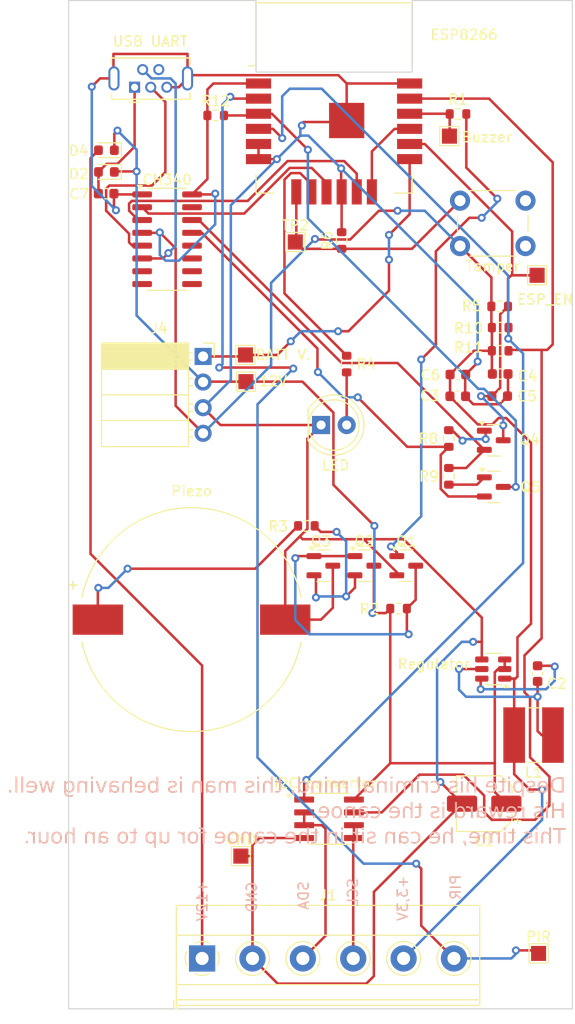
<source format=kicad_pcb>
(kicad_pcb (version 20240108) (generator "pcbnew") (generator_version "8.0")
  (layers (0 "F.Cu" signal) (31 "B.Cu" signal) (34 "B.Paste" user) (35 "F.Paste" user) (36 "B.SilkS" user "B.Silkscreen") (37 "F.SilkS" user "F.Silkscreen") (38 "B.Mask" user) (39 "F.Mask" user) (44 "Edge.Cuts" user))
  (net 0 "")
  (net 1 "GND")
  (net 2 "+12V")
  (net 3 "Net-(U1-SW)")
  (net 4 "Net-(U1-BST)")
  (net 5 "+3.3V")
  (net 6 "ESP_EN")
  (net 7 "Net-(D2-A)")
  (net 8 "Net-(D1-A)")
  (net 9 "Net-(D4-A)")
  (net 10 "SDA")
  (net 11 "SCL")
  (net 12 "PIR Signal")
  (net 13 "battery voltage")
  (net 14 "Net-(J5-D+)")
  (net 15 "Net-(J5-D-)")
  (net 17 "Net-(Q1-B)")
  (net 18 "Net-(Q1-C)")
  (net 19 "Net-(Q2-E)")
  (net 20 "Net-(Q4-E)")
  (net 21 "Net-(Q4-B)")
  (net 22 "Net-(Q5-B)")
  (net 23 "GPIO0")
  (net 24 "Net-(Q5-E)")
  (net 25 "buzzer signal")
  (net 26 "Net-(BZ1--)")
  (net 27 "Net-(U2-GPIO5)")
  (net 28 "tamper")
  (net 29 "I2C data")
  (net 30 "clock")
  (net 31 "Net-(U2-GPIO16)")
  (net 32 "RX")
  (net 33 "TX")
  (footprint "Resistor_SMD:R_0603_1608Metric" (layer "F.Cu") (at 127.6 86.05 -90)
    (property "Reference" "R4")
    (property "Value" "100R")
  )
  (footprint "Capacitor_SMD:C_0603_1608Metric" (layer "F.Cu") (at 142.7875 89.2375)
    (property "Reference" "C5")
    (property "Value" "100n")
  )
  (footprint "Inductor_SMD:L_Ferrocore_DLG-0504" (layer "F.Cu") (at 146.15 122.85 180)
    (property "Reference" "L1")
    (property "Value" "4u7")
  )
  (footprint "P82B96D:SOIC127P599X175-8N" (layer "F.Cu") (at 125.85 131.15)
    (property "Reference" "I2C convertor")
    (property "Value" "P82B96")
  )
  (footprint "Capacitor_SMD:C_0603_1608Metric" (layer "F.Cu") (at 138.625 89.25)
    (property "Reference" "C3")
    (property "Value" "22u")
  )
  (footprint "Diode_SMD:D_0603_1608Metric" (layer "F.Cu") (at 103.75 64.85 180)
    (property "Reference" "D4")
    (property "Value" "D")
  )
  (footprint "TerminalBlock_Phoenix:TerminalBlock_Phoenix_MKDS-1,5-6_1x06_P5.00mm_Horizontal" (layer "F.Cu") (at 113.25 145)
    (property "Reference" "J1")
    (property "Value" "Screw_Terminal_01x06")
  )
  (footprint "Package_TO_SOT_SMD:SOT-23" (layer "F.Cu") (at 129.3625 106.05)
    (property "Reference" "Q2")
    (property "Value" "BC846")
  )
  (footprint "Package_SO:SOIC-16_3.9x9.9mm_P1.27mm" (layer "F.Cu") (at 109.775 73.675)
    (property "Reference" "CH340")
    (property "Value" "CH340C")
  )
  (footprint "TestPoint:TestPoint_Pad_1.5x1.5mm" (layer "F.Cu") (at 117.1 134.85)
    (property "Reference" "GND")
    (property "Value" "GND")
  )
  (footprint "Package_TO_SOT_SMD:SOT-23" (layer "F.Cu") (at 133.5125 106.05)
    (property "Reference" "Q1")
    (property "Value" "BC846")
  )
  (footprint "TestPoint:TestPoint_Pad_1.5x1.5mm" (layer "F.Cu") (at 146.5 77.25)
    (property "Reference" "ESP_EN")
    (property "Value" "reset test")
  )
  (footprint "Capacitor_SMD:C_0603_1608Metric" (layer "F.Cu") (at 103.725 69.15)
    (property "Reference" "C7")
    (property "Value" "100nF")
  )
  (footprint "Resistor_SMD:R_0603_1608Metric" (layer "F.Cu") (at 114.6 61.4)
    (property "Reference" "R12")
    (property "Value" "10k")
  )
  (footprint "Diode_SMD:D_0603_1608Metric" (layer "F.Cu") (at 103.75 67 180)
    (property "Reference" "D2")
    (property "Value" "D")
  )
  (footprint "Resistor_SMD:R_0603_1608Metric" (layer "F.Cu") (at 142.8375 84.7375)
    (property "Reference" "R11")
    (property "Value" "10k")
  )
  (footprint "Connector_USB:USB_Mini-B_Tensility_54-00023_Vertical" (layer "F.Cu") (at 106.55 58.6)
    (property "Reference" "USB UART")
    (property "Value" "USB_B_Mini")
  )
  (footprint "Resistor_SMD:R_0603_1608Metric" (layer "F.Cu") (at 127.1 73.8 90)
    (property "Reference" "R6")
    (property "Value" "4k7")
  )
  (footprint "Resistor_SMD:R_0603_1608Metric" (layer "F.Cu") (at 142.7875 80.3375 180)
    (property "Reference" "R5")
    (property "Value" "10K")
  )
  (footprint "Button_Switch_THT:SW_PUSH_6mm" (layer "F.Cu") (at 145.35 74.35 180)
    (property "Reference" "Tamper")
    (property "Value" "tamper switch")
  )
  (footprint "Resistor_SMD:R_0603_1608Metric" (layer "F.Cu") (at 123.6 102.1 180)
    (property "Reference" "R3")
    (property "Value" "820")
  )
  (footprint "Capacitor_SMD:CP_Elec_5x5.3" (layer "F.Cu") (at 141.25 129.65 180)
    (property "Reference" "C1")
    (property "Value" "10u 50V")
  )
  (footprint "WT8266:WT8266-S1" (layer "F.Cu") (at 126.35 57.48)
    (property "Reference" "ESP8266")
    (property "Value" "WT8266-S1")
  )
  (footprint "Capacitor_SMD:C_0603_1608Metric" (layer "F.Cu") (at 146.55 116.75 90)
    (property "Reference" "C2")
    (property "Value" "100n")
  )
  (footprint "Connector_PinSocket_2.54mm:PinSocket_1x04_P2.54mm_Horizontal" (layer "F.Cu") (at 113.35 85.3)
    (property "Reference" "J4")
    (property "Value" "Conn_01x04_Socket")
  )
  (footprint "TestPoint:TestPoint_Pad_1.5x1.5mm" (layer "F.Cu") (at 137.8 63.45)
    (property "Reference" "Buzzer ")
    (property "Value" "buzzer test")
  )
  (footprint "TestPoint:TestPoint_Pad_1.5x1.5mm" (layer "F.Cu") (at 117.6 87.8)
    (property "Reference" "12V")
    (property "Value" "12V")
  )
  (footprint "piezo:LPT2270AS" (layer "F.Cu") (at 112.2 111.4)
    (property "Reference" "Piezo")
    (property "Value" "Buzzer")
  )
  (footprint "Resistor_SMD:R_0603_1608Metric" (layer "F.Cu") (at 137.7375 97.1875 -90)
    (property "Reference" "R9")
    (property "Value" "10k")
  )
  (footprint "Capacitor_SMD:C_0603_1608Metric" (layer "F.Cu") (at 138.6375 87.0875)
    (property "Reference" "C6")
    (property "Value" "100nF")
  )
  (footprint "Package_TO_SOT_SMD:SOT-23" (layer "F.Cu") (at 142.2 98.2375)
    (property "Reference" "Q5")
    (property "Value" "BC817")
  )
  (footprint "Resistor_SMD:R_0603_1608Metric" (layer "F.Cu") (at 142.8375 82.4375)
    (property "Reference" "R10")
    (property "Value" "10k")
  )
  (footprint "Capacitor_SMD:C_0603_1608Metric" (layer "F.Cu") (at 142.8375 87.0375)
    (property "Reference" "C4")
    (property "Value" "22u")
  )
  (footprint "Package_TO_SOT_SMD:SOT-23" (layer "F.Cu") (at 142.2 93.6125)
    (property "Reference" "Q4")
    (property "Value" "BC817")
  )
  (footprint "Resistor_SMD:R_0603_1608Metric" (layer "F.Cu") (at 137.7375 93.4375 90)
    (property "Reference" "R8")
    (property "Value" "10k")
  )
  (footprint "Resistor_SMD:R_0603_1608Metric" (layer "F.Cu") (at 132.75 110.3)
    (property "Reference" "R2")
    (property "Value" "10k")
  )
  (footprint "TestPoint:TestPoint_Pad_1.5x1.5mm" (layer "F.Cu") (at 122.5 73.95)
    (property "Reference" "TP2")
    (property "Value" "tamper test")
  )
  (footprint "TestPoint:TestPoint_Pad_1.5x1.5mm" (layer "F.Cu") (at 117.55 85.15)
    (property "Reference" "BATT V.")
    (property "Value" "batt test")
  )
  (footprint "LED_THT:LED_D5.0mm" (layer "F.Cu") (at 125.06 92.1)
    (property "Reference" "LED")
    (property "Value" "LED - R")
  )
  (footprint "TestPoint:TestPoint_Pad_1.5x1.5mm" (layer "F.Cu") (at 146.65 144.5)
    (property "Reference" "PIR")
    (property "Value" "3,3V")
  )
  (footprint "Package_TO_SOT_SMD:TSOT-23-6" (layer "F.Cu") (at 142.15 116.3 180)
    (property "Reference" "Regulator")
    (property "Value" "AP63203WU")
  )
  (footprint "Resistor_SMD:R_0603_1608Metric" (layer "F.Cu") (at 138.65 61.25)
    (property "Reference" "R1")
    (property "Value" "10k")
  )
  (footprint "Package_TO_SOT_SMD:SOT-23" (layer "F.Cu") (at 125.2875 106.05)
    (property "Reference" "Q3")
    (property "Value" "BC857")
  )
  (gr_line (start 118.6 50) (end 100 50) (stroke (width 0.1)) (layer "Edge.Cuts"))
  (gr_line (start 150 50) (end 150 150) (stroke (width 0.1)) (layer "Edge.Cuts"))
  (gr_line (start 134.1 50) (end 134.1 57.1) (stroke (width 0.1)) (layer "Edge.Cuts"))
  (gr_line (start 134.1 57.1) (end 118.6 57.1) (stroke (width 0.1)) (layer "Edge.Cuts"))
  (gr_line (start 118.6 57.1) (end 118.6 50) (stroke (width 0.1)) (layer "Edge.Cuts"))
  (gr_line (start 150 150) (end 100 150) (stroke (width 0.1)) (layer "Edge.Cuts"))
  (gr_line (start 100 150) (end 100 50) (stroke (width 0.1)) (layer "Edge.Cuts"))
  (gr_line (start 150 50) (end 134.1 50) (stroke (width 0.1)) (layer "Edge.Cuts"))
  (gr_text "SDA\n" (at 123.9 137.25 90) (layer "B.SilkS") (effects (font (size 1 1)) (justify left bottom mirror)))
  (gr_text "SCL" (at 128.8 136.95 90) (layer "B.SilkS") (effects (font (size 1 1)) (justify left bottom mirror)))
  (gr_text "GND" (at 118.75 137.3 90) (layer "B.SilkS") (effects (font (size 1 1)) (justify left bottom mirror)))
  (gr_text "+12V" (at 113.85 137.2 90) (layer "B.SilkS") (effects (font (size 1 1)) (justify left bottom mirror)))
  (gr_text "Despite his criminal mind, this man is behaving well. \nHis reward is the canoe. \nThis time, he can sit in the canoe for up to an hour. " (at 149.35 133.85 0) (layer "B.SilkS") (effects (font (size 1.5 1.5) (thickness 0.1875)) (justify left bottom mirror)))
  (gr_text "+3,3V" (at 133.75 136.7 90) (layer "B.SilkS") (effects (font (size 1 1)) (justify left bottom mirror)))
  (gr_text "PIR" (at 139 136.6 90) (layer "B.SilkS") (effects (font (size 1 1)) (justify left bottom mirror)))
  (segment (start 118.85 64.23) (end 118.85 65.73) (width 0.25) (layer "F.Cu") (net 1))
  (segment (start 104.45 55.3) (end 111.8 55.3) (width 0.25) (layer "F.Cu") (net 1))
  (segment (start 125.05 111.4) (end 121.5 111.4) (width 0.25) (layer "F.Cu") (net 1))
  (segment (start 133.238408 103.425) (end 141.0125 111.199092) (width 0.25) (layer "F.Cu") (net 1))
  (segment (start 123.38 133.055) (end 118.945 133.055) (width 0.25) (layer "F.Cu") (net 1))
  (segment (start 139.3625 89.2375) (end 139.3625 87.1375) (width 0.25) (layer "F.Cu") (net 1))
  (segment (start 127.1 68.98) (end 127.1 72.975) (width 0.25) (layer "F.Cu") (net 1))
  (segment (start 115.07 92.1) (end 113.35 90.38) (width 0.25) (layer "F.Cu") (net 1))
  (segment (start 141.0125 111.199092) (end 141.0125 113.6) (width 0.25) (layer "F.Cu") (net 1))
  (segment (start 143.5625 89.2375) (end 142.7625 90.0375) (width 0.25) (layer "F.Cu") (net 1))
  (segment (start 117.1 134.85) (end 118.25 134.85) (width 0.25) (layer "F.Cu") (net 1))
  (segment (start 121.5 111.4) (end 121.5 104.598004) (width 0.25) (layer "F.Cu") (net 1))
  (segment (start 123.225 103.425) (end 122.949002 103.149002) (width 0.25) (layer "F.Cu") (net 1))
  (segment (start 107.3 69.23) (end 104.58 69.23) (width 0.25) (layer "F.Cu") (net 1))
  (segment (start 132.575 107) (end 132.575 106.700001) (width 0.25) (layer "F.Cu") (net 1))
  (segment (start 104.45 57.675) (end 104.45 55.3) (width 0.25) (layer "F.Cu") (net 1))
  (segment (start 143.6125 87.0375) (end 143.6125 89.1875) (width 0.25) (layer "F.Cu") (net 1))
  (segment (start 123.15 62.2) (end 123.3 62.05) (width 0.25) (layer "F.Cu") (net 1))
  (segment (start 123.7 93.46) (end 125.06 92.1) (width 0.25) (layer "F.Cu") (net 1))
  (segment (start 120.67 65.73) (end 118.85 65.73) (width 0.25) (layer "F.Cu") (net 1))
  (segment (start 132.575 106.700001) (end 129.299999 103.425) (width 0.25) (layer "F.Cu") (net 1))
  (segment (start 141.0125 113.6) (end 141.0125 115.35) (width 0.25) (layer "F.Cu") (net 1))
  (segment (start 123.15 62.4) (end 123.15 62.2) (width 0.25) (layer "F.Cu") (net 1))
  (segment (start 129.299999 103.425) (end 123.225 103.425) (width 0.25) (layer "F.Cu") (net 1))
  (segment (start 121.5 104.598004) (end 123.7 102.398004) (width 0.25) (layer "F.Cu") (net 1))
  (segment (start 123.7 102.398004) (end 123.7 93.46) (width 0.25) (layer "F.Cu") (net 1))
  (segment (start 142.7625 90.0375) (end 140.1625 90.0375) (width 0.25) (layer "F.Cu") (net 1))
  (segment (start 130.3 138.4) (end 130.3 146.75) (width 0.25) (layer "F.Cu") (net 1))
  (segment (start 112.12 57.405) (end 111.8 57.725) (width 0.25) (layer "F.Cu") (net 1))
  (segment (start 123.3 62.05) (end 127.45 62.05) (width 0.25) (layer "F.Cu") (net 1))
  (segment (start 127.6 58.23) (end 127.6 61.9) (width 0.25) (layer "F.Cu") (net 1))
  (segment (start 120.75 147.5) (end 118.25 145) (width 0.25) (layer "F.Cu") (net 1))
  (segment (start 127.05 66.65) (end 127.05 68.93) (width 0.25) (layer "F.Cu") (net 1))
  (segment (start 130.3 146.75) (end 129.55 147.5) (width 0.25) (layer "F.Cu") (net 1))
  (segment (start 127.6 58.23) (end 126.775 57.405) (width 0.25) (layer "F.Cu") (net 1))
  (segment (start 127.6 58.23) (end 133.85 58.23) (width 0.25) (layer "F.Cu") (net 1))
  (segment (start 129.55 147.5) (end 120.75 147.5) (width 0.25) (layer "F.Cu") (net 1))
  (segment (start 139.05 129.65) (end 130.3 138.4) (width 0.25) (layer "F.Cu") (net 1))
  (segment (start 140.6 85.8) (end 140.6 85.9) (width 0.25) (layer "F.Cu") (net 1))
  (segment (start 109.75 58.6) (end 110.925 58.6) (width 0.25) (layer "F.Cu") (net 1))
  (segment (start 102.3 58.55) (end 103.125 57.725) (width 0.25) (layer "F.Cu") (net 1))
  (segment (start 103.125 57.725) (end 104.5 57.725) (width 0.25) (layer "F.Cu") (net 1))
  (segment (start 104.5 57.725) (end 104.45 57.675) (width 0.25) (layer "F.Cu") (net 1))
  (segment (start 126.775 57.405) (end 112.12 57.405) (width 0.25) (layer "F.Cu") (net 1))
  (segment (start 111.8 55.3) (end 111.8 57.725) (width 0.25) (layer "F.Cu") (net 1))
  (segment (start 126.225 106.05) (end 126.225 110.225) (width 0.25) (layer "F.Cu") (net 1))
  (segment (start 127.05 68.93) (end 127.1 68.98) (width 0.25) (layer "F.Cu") (net 1))
  (segment (start 126.225 110.225) (end 125.05 111.4) (width 0.25) (layer "F.Cu") (net 1))
  (segment (start 104.5 70.6) (end 104.7 70.8) (width 0.25) (layer "F.Cu") (net 1))
  (segment (start 140.6 85.9) (end 139.4125 87.0875) (width 0.25) (layer "F.Cu") (net 1))
  (segment (start 110.925 58.6) (end 111.8 57.725) (width 0.25) (layer "F.Cu") (net 1))
  (segment (start 129.299999 103.425) (end 133.238408 103.425) (width 0.25) (layer "F.Cu") (net 1))
  (segment (start 140.15 113.6) (end 141.0125 113.6) (width 0.25) (layer "F.Cu") (net 1))
  (segment (start 118.25 133.75) (end 118.25 145) (width 0.25) (layer "F.Cu") (net 1))
  (segment (start 104.5 69.15) (end 104.5 70.6) (width 0.25) (layer "F.Cu") (net 1))
  (segment (start 104.58 69.23) (end 104.5 69.15) (width 0.25) (layer "F.Cu") (net 1))
  (segment (start 139.05 129.65) (end 136.9 127.5) (width 0.25) (layer "F.Cu") (net 1))
  (segment (start 143.6125 89.1875) (end 143.5625 89.2375) (width 0.25) (layer "F.Cu") (net 1))
  (segment (start 140.1625 90.0375) (end 139.3625 89.2375) (width 0.25) (layer "F.Cu") (net 1))
  (segment (start 139.3625 87.1375) (end 139.4125 87.0875) (width 0.25) (layer "F.Cu") (net 1))
  (segment (start 125.06 92.1) (end 115.07 92.1) (width 0.25) (layer "F.Cu") (net 1))
  (segment (start 127.45 62.05) (end 127.6 61.9) (width 0.25) (layer "F.Cu") (net 1))
  (segment (start 118.945 133.055) (end 118.25 133.75) (width 0.25) (layer "F.Cu") (net 1))
  (via (at 102.3 58.55) (size 0.8) (drill 0.4) (layers "F.Cu" "B.Cu") (net 1))
  (via (at 123.15 62.4) (size 0.8) (drill 0.4) (layers "F.Cu" "B.Cu") (net 1))
  (via (at 120.67 65.73) (size 0.8) (drill 0.4) (layers "F.Cu" "B.Cu") (net 1))
  (via (at 140.15 113.6) (size 0.8) (drill 0.4) (layers "F.Cu" "B.Cu") (net 1))
  (via (at 104.7 70.8) (size 0.8) (drill 0.4) (layers "F.Cu" "B.Cu") (net 1))
  (via (at 127.05 66.65) (size 0.8) (drill 0.4) (layers "F.Cu" "B.Cu") (net 1))
  (via (at 140.6 85.8) (size 0.8) (drill 0.4) (layers "F.Cu" "B.Cu") (net 1))
  (via (at 136.9 127.5) (size 0.8) (drill 0.4) (layers "F.Cu" "B.Cu") (net 1))
  (segment (start 123.8 63.4) (end 127.05 66.65) (width 0.25) (layer "B.Cu") (net 1))
  (segment (start 116.1 87.63) (end 113.35 90.38) (width 0.25) (layer "B.Cu") (net 1))
  (segment (start 136.9 127.5) (end 136.575 127.175) (width 0.25) (layer "B.Cu") (net 1))
  (segment (start 102.3 68.4) (end 102.3 58.55) (width 0.25) (layer "B.Cu") (net 1))
  (segment (start 139.024695 113.6) (end 140.15 113.6) (width 0.25) (layer "B.Cu") (net 1))
  (segment (start 136.575 116.049695) (end 139.024695 113.6) (width 0.25) (layer "B.Cu") (net 1))
  (segment (start 123 62.55) (end 123.15 62.4) (width 0.25) (layer "B.Cu") (net 1))
  (segment (start 116.1 70.3) (end 116.1 87.63) (width 0.25) (layer "B.Cu") (net 1))
  (segment (start 120.67 65.73) (end 116.1 70.3) (width 0.25) (layer "B.Cu") (net 1))
  (segment (start 136.575 127.175) (end 136.575 116.049695) (width 0.25) (layer "B.Cu") (net 1))
  (segment (start 140.6 80.2) (end 140.6 85.8) (width 0.25) (layer "B.Cu") (net 1))
  (segment (start 123 63.4) (end 123.8 63.4) (width 0.25) (layer "B.Cu") (net 1))
  (segment (start 104.7 70.8) (end 102.3 68.4) (width 0.25) (layer "B.Cu") (net 1))
  (segment (start 123 63.4) (end 120.67 65.73) (width 0.25) (layer "B.Cu") (net 1))
  (segment (start 127.05 66.65) (end 140.6 80.2) (width 0.25) (layer "B.Cu") (net 1))
  (segment (start 123 63.4) (end 123 62.55) (width 0.25) (layer "B.Cu") (net 1))
  (segment (start 131.925 125.64) (end 128.32 129.245) (width 0.25) (layer "F.Cu") (net 2))
  (segment (start 117.6 87.8) (end 123.21 87.8) (width 0.25) (layer "F.Cu") (net 2))
  (segment (start 104.5375 64.85) (end 104.5375 63.2125) (width 0.25) (layer "F.Cu") (net 2))
  (segment (start 113.39 87.8) (end 113.35 87.84) (width 0.25) (layer "F.Cu") (net 2))
  (segment (start 117.6 87.8) (end 113.39 87.8) (width 0.25) (layer "F.Cu") (net 2))
  (segment (start 143.2875 116.3) (end 142.625001 116.3) (width 0.25) (layer "F.Cu") (net 2))
  (segment (start 142.3 116.625001) (end 142.3 125.65) (width 0.25) (layer "F.Cu") (net 2))
  (segment (start 142.3 125.65) (end 142.3 128.5) (width 0.25) (layer "F.Cu") (net 2))
  (segment (start 104.5875 66.95) (end 104.5375 67) (width 0.25) (layer "F.Cu") (net 2))
  (segment (start 131.925 125.64) (end 142.29 125.64) (width 0.25) (layer "F.Cu") (net 2))
  (segment (start 123.21 87.8) (end 126.285 90.875) (width 0.25) (layer "F.Cu") (net 2))
  (segment (start 106.75 66.95) (end 104.5875 66.95) (width 0.25) (layer "F.Cu") (net 2))
  (segment (start 143.2875 116.3) (end 143.2875 115.35) (width 0.25) (layer "F.Cu") (net 2))
  (segment (start 130.15 110.75) (end 131.475 110.75) (width 0.25) (layer "F.Cu") (net 2))
  (segment (start 142.625001 116.3) (end 142.3 116.625001) (width 0.25) (layer "F.Cu") (net 2))
  (segment (start 130.3 106.05) (end 130.3 110.6) (width 0.25) (layer "F.Cu") (net 2))
  (segment (start 131.925 110.3) (end 131.925 125.64) (width 0.25) (layer "F.Cu") (net 2))
  (segment (start 142.29 125.64) (end 142.3 125.65) (width 0.25) (layer "F.Cu") (net 2))
  (segment (start 142.3 128.5) (end 143.45 129.65) (width 0.25) (layer "F.Cu") (net 2))
  (segment (start 126.285 90.875) (end 126.285 98.035) (width 0.25) (layer "F.Cu") (net 2))
  (segment (start 104.5375 63.2125) (end 104.85 62.9) (width 0.25) (layer "F.Cu") (net 2))
  (segment (start 126.285 98.035) (end 130.35 102.1) (width 0.25) (layer "F.Cu") (net 2))
  (segment (start 131.475 110.75) (end 131.925 110.3) (width 0.25) (layer "F.Cu") (net 2))
  (via (at 104.85 62.9) (size 0.8) (drill 0.4) (layers "F.Cu" "B.Cu") (net 2))
  (via (at 106.75 66.95) (size 0.8) (drill 0.4) (layers "F.Cu" "B.Cu") (net 2))
  (via (at 130.15 110.75) (size 0.8) (drill 0.4) (layers "F.Cu" "B.Cu") (net 2))
  (via (at 130.35 102.1) (size 0.8) (drill 0.4) (layers "F.Cu" "B.Cu") (net 2))
  (segment (start 130.35 110.55) (end 130.15 110.75) (width 0.25) (layer "B.Cu") (net 2))
  (segment (start 106.75 81.24) (end 113.35 87.84) (width 0.25) (layer "B.Cu") (net 2))
  (segment (start 106.75 66.95) (end 106.75 81.24) (width 0.25) (layer "B.Cu") (net 2))
  (segment (start 106.75 64.8) (end 106.75 66.95) (width 0.25) (layer "B.Cu") (net 2))
  (segment (start 130.05 110.85) (end 130.15 110.75) (width 0.25) (layer "B.Cu") (net 2))
  (segment (start 130.35 102.1) (end 130.35 110.55) (width 0.25) (layer "B.Cu") (net 2))
  (segment (start 104.85 62.9) (end 106.75 64.8) (width 0.25) (layer "B.Cu") (net 2))
  (segment (start 146.55 122.45) (end 146.95 122.85) (width 0.25) (layer "F.Cu") (net 3))
  (segment (start 138.75 116.3) (end 141.0125 116.3) (width 0.25) (layer "F.Cu") (net 3))
  (segment (start 146.55 117.525) (end 146.55 122.45) (width 0.25) (layer "F.Cu") (net 3))
  (segment (start 146.55 119.05) (end 146.55 117.525) (width 0.25) (layer "F.Cu") (net 3))
  (segment (start 146.95 122.85) (end 148.075 122.85) (width 0.25) (layer "F.Cu") (net 3))
  (via (at 138.75 116.3) (size 0.8) (drill 0.4) (layers "F.Cu" "B.Cu") (net 3))
  (via (at 146.55 119.05) (size 0.8) (drill 0.4) (layers "F.Cu" "B.Cu") (net 3))
  (segment (start 139.45 119.05) (end 146.55 119.05) (width 0.25) (layer "B.Cu") (net 3))
  (segment (start 138.75 118.35) (end 139.45 119.05) (width 0.25) (layer "B.Cu") (net 3))
  (segment (start 138.75 116.3) (end 138.75 118.35) (width 0.25) (layer "B.Cu") (net 3))
  (segment (start 146.55 115.975) (end 148.175 115.975) (width 0.25) (layer "F.Cu") (net 4))
  (segment (start 140.9 117.3625) (end 141.0125 117.25) (width 0.25) (layer "F.Cu") (net 4))
  (segment (start 148.175 115.975) (end 148.25 116.05) (width 0.25) (layer "F.Cu") (net 4))
  (segment (start 140.9 118.3) (end 140.9 117.3625) (width 0.25) (layer "F.Cu") (net 4))
  (via (at 140.9 118.3) (size 0.8) (drill 0.4) (layers "F.Cu" "B.Cu") (net 4))
  (via (at 148.25 116.05) (size 0.8) (drill 0.4) (layers "F.Cu" "B.Cu") (net 4))
  (segment (start 148.25 116.05) (end 148.25 117.45) (width 0.25) (layer "B.Cu") (net 4))
  (segment (start 147.4 118.3) (end 140.9 118.3) (width 0.25) (layer "B.Cu") (net 4))
  (segment (start 148.25 117.45) (end 147.4 118.3) (width 0.25) (layer "B.Cu") (net 4))
  (segment (start 109.01 73.04) (end 109.05 73) (width 0.25) (layer "F.Cu") (net 5))
  (segment (start 140.6125 92.0375) (end 142.050908 92.0375) (width 0.25) (layer "F.Cu") (net 5))
  (segment (start 142.0125 84.7375) (end 140.2125 84.7375) (width 0.25) (layer "F.Cu") (net 5))
  (segment (start 130.8 70.85) (end 127.95 73.7) (width 0.25) (layer "F.Cu") (net 5))
  (segment (start 142.0125 86.9875) (end 142.0625 87.0375) (width 0.25) (layer "F.Cu") (net 5))
  (segment (start 141.9625 80.3375) (end 141.9625 77.4625) (width 0.25) (layer "F.Cu") (net 5))
  (segment (start 142.0125 82.4375) (end 142.0125 84.7375) (width 0.25) (layer "F.Cu") (net 5))
  (segment (start 114.47 69.23) (end 112.25 69.23) (width 0.25) (layer "F.Cu") (net 5))
  (segment (start 144.55 113.15) (end 144.55 117.05) (width 0.25) (layer "F.Cu") (net 5))
  (segment (start 141.9625 80.3375) (end 141.9625 82.3875) (width 0.25) (layer "F.Cu") (net 5))
  (segment (start 142.675908 91.4125) (end 143.437805 91.4125) (width 0.25) (layer "F.Cu") (net 5))
  (segment (start 145.9 111.8) (end 144.55 113.15) (width 0.25) (layer "F.Cu") (net 5))
  (segment (start 141.9625 77.4625) (end 138.85 74.35) (width 0.25) (layer "F.Cu") (net 5))
  (segment (start 143.2875 117.25) (end 144.225 117.25) (width 0.25) (layer "F.Cu") (net 5))
  (segment (start 145.75 128.25) (end 147 128.25) (width 0.25) (layer "F.Cu") (net 5))
  (segment (start 137.8125 89.2375) (end 140.6125 92.0375) (width 0.25) (layer "F.Cu") (net 5))
  (segment (start 132.65 70.85) (end 130.8 70.85) (width 0.25) (layer "F.Cu") (net 5))
  (segment (start 113.35 92.92) (end 110.625 90.195) (width 0.25) (layer "F.Cu") (net 5))
  (segment (start 143.437805 91.4125) (end 145.9 93.874695) (width 0.25) (layer "F.Cu") (net 5))
  (segment (start 110.625 74.575) (end 109.05 73) (width 0.25) (layer "F.Cu") (net 5))
  (segment (start 144.225 126.725) (end 145.75 128.25) (width 0.25) (layer "F.Cu") (net 5))
  (segment (start 142.050908 92.0375) (end 142.675908 91.4125) (width 0.25) (layer "F.Cu") (net 5))
  (segment (start 124.5 73.7) (end 124.45 73.65) (width 0.25) (layer "F.Cu") (net 5))
  (segment (start 144.225 117.25) (end 144.225 122.85) (width 0.25) (layer "F.Cu") (net 5))
  (segment (start 145.9 93.874695) (end 145.9 111.8) (width 0.25) (layer "F.Cu") (net 5))
  (segment (start 113.775 58.825) (end 114.37 58.23) (width 0.25) (layer "F.Cu") (net 5))
  (segment (start 137.8625 87.0875) (end 137.8625 89.1875) (width 0.25) (layer "F.Cu") (net 5))
  (segment (start 127.95 73.7) (end 124.5 73.7) (width 0.25) (layer "F.Cu") (net 5))
  (segment (start 140.2125 84.7375) (end 137.8625 87.0875) (width 0.25) (layer "F.Cu") (net 5))
  (segment (start 114.37 58.23) (end 118.85 58.23) (width 0.25) (layer "F.Cu") (net 5))
  (segment (start 142.0125 84.7375) (end 142.0125 86.9875) (width 0.25) (layer "F.Cu") (net 5))
  (segment (start 110.625 90.195) (end 110.625 74.575) (width 0.25) (layer "F.Cu") (net 5))
  (segment (start 144.35 117.25) (end 143.2875 117.25) (width 0.25) (layer "F.Cu") (net 5))
  (segment (start 144.225 122.85) (end 144.225 126.725) (width 0.25) (layer "F.Cu") (net 5))
  (segment (start 144.55 117.05) (end 144.35 117.25) (width 0.25) (layer "F.Cu") (net 5))
  (segment (start 141.9625 82.3875) (end 142.0125 82.4375) (width 0.25) (layer "F.Cu") (net 5))
  (segment (start 113.775 67.705) (end 112.25 69.23) (width 0.25) (layer "F.Cu") (net 5))
  (segment (start 113.775 61.4) (end 113.775 58.825) (width 0.25) (layer "F.Cu") (net 5))
  (segment (start 114.55 69.15) (end 114.47 69.23) (width 0.25) (layer "F.Cu") (net 5))
  (segment (start 107.3 73.04) (end 109.01 73.04) (width 0.25) (layer "F.Cu") (net 5))
  (segment (start 113.775 61.4) (end 113.775 67.705) (width 0.25) (layer "F.Cu") (net 5))
  (via (at 147 128.25) (size 0.8) (drill 0.4) (layers "F.Cu" "B.Cu") (net 5))
  (via (at 132.65 70.85) (size 0.8) (drill 0.4) (layers "F.Cu" "B.Cu") (net 5))
  (via (at 114.55 69.15) (size 0.8) (drill 0.4) (layers "F.Cu" "B.Cu") (net 5))
  (via (at 124.45 73.65) (size 0.8) (drill 0.4) (layers "F.Cu" "B.Cu") (net 5))
  (via (at 109.05 73) (size 0.8) (drill 0.4) (layers "F.Cu" "B.Cu") (net 5))
  (segment (start 109.624695 75.8) (end 109.05 75.225305) (width 0.25) (layer "B.Cu") (net 5))
  (segment (start 147 131.25) (end 133.25 145) (width 0.25) (layer "B.Cu") (net 5))
  (segment (start 114.55 69.15) (end 114.55 72.2) (width 0.25) (layer "B.Cu") (net 5))
  (segment (start 138.85 74.35) (end 135.35 70.85) (width 0.25) (layer "B.Cu") (net 5))
  (segment (start 110.95 75.8) (end 109.624695 75.8) (width 0.25) (layer "B.Cu") (net 5))
  (segment (start 109.05 75.225305) (end 109.05 73) (width 0.25) (layer "B.Cu") (net 5))
  (segment (start 124.45 73.65) (end 120.1 78) (width 0.25) (layer "B.Cu") (net 5))
  (segment (start 135.35 70.85) (end 132.65 70.85) (width 0.25) (layer "B.Cu") (net 5))
  (segment (start 120.1 86.17) (end 113.35 92.92) (width 0.25) (layer "B.Cu") (net 5))
  (segment (start 147 128.25) (end 147 131.25) (width 0.25) (layer "B.Cu") (net 5))
  (segment (start 120.1 78) (end 120.1 86.17) (width 0.25) (layer "B.Cu") (net 5))
  (segment (start 114.55 72.2) (end 110.95 75.8) (width 0.25) (layer "B.Cu") (net 5))
  (segment (start 142.8375 88.4125) (end 142.0125 89.2375) (width 0.25) (layer "F.Cu") (net 6))
  (segment (start 143.95 77.25) (end 146.5 77.25) (width 0.25) (layer "F.Cu") (net 6))
  (segment (start 133.85 64.23) (end 135.35 64.23) (width 0.25) (layer "F.Cu") (net 6))
  (segment (start 144.025 72.905) (end 144.025 77.25) (width 0.25) (layer "F.Cu") (net 6))
  (segment (start 142.0125 89.2375) (end 140.9375 89.2375) (width 0.25) (layer "F.Cu") (net 6))
  (segment (start 143.1375 92.1375) (end 143.1375 93.6125) (width 0.25) (layer "F.Cu") (net 6))
  (segment (start 144.025 77.25) (end 146.5 77.25) (width 0.25) (layer "F.Cu") (net 6))
  (segment (start 143.6125 80.3375) (end 143.6125 77.5875) (width 0.25) (layer "F.Cu") (net 6))
  (segment (start 143.6125 80.3375) (end 142.8375 81.1125) (width 0.25) (layer "F.Cu") (net 6))
  (segment (start 143.6125 77.5875) (end 143.95 77.25) (width 0.25) (layer "F.Cu") (net 6))
  (segment (start 135.35 64.23) (end 144.025 72.905) (width 0.25) (layer "F.Cu") (net 6))
  (segment (start 142.8375 81.1125) (end 142.8375 88.4125) (width 0.25) (layer "F.Cu") (net 6))
  (via (at 143.1375 92.1375) (size 0.8) (drill 0.4) (layers "F.Cu" "B.Cu") (net 6))
  (via (at 140.9375 89.2375) (size 0.8) (drill 0.4) (layers "F.Cu" "B.Cu") (net 6))
  (segment (start 143.1375 91.4375) (end 143.1375 92.1375) (width 0.25) (layer "B.Cu") (net 6))
  (segment (start 140.9375 89.2375) (end 143.1375 91.4375) (width 0.25) (layer "B.Cu") (net 6))
  (segment (start 106.55 64.5) (end 104.85 66.2) (width 0.25) (layer "F.Cu") (net 7))
  (segment (start 102.9625 69.1375) (end 102.95 69.15) (width 0.25) (layer "F.Cu") (net 7))
  (segment (start 103.7625 66.2) (end 102.9625 67) (width 0.25) (layer "F.Cu") (net 7))
  (segment (start 104.85 66.2) (end 103.7625 66.2) (width 0.25) (layer "F.Cu") (net 7))
  (segment (start 102.9625 67) (end 102.9625 69.1375) (width 0.25) (layer "F.Cu") (net 7))
  (segment (start 106.55 58.6) (end 106.55 64.5) (width 0.25) (layer "F.Cu") (net 7))
  (segment (start 127.6 86.875) (end 127.6 92.1) (width 0.25) (layer "F.Cu") (net 8))
  (segment (start 102.175 65.6375) (end 102.175 104.875) (width 0.25) (layer "F.Cu") (net 9))
  (segment (start 113.25 115.95) (end 113.25 145) (width 0.25) (layer "F.Cu") (net 9))
  (segment (start 102.175 104.875) (end 113.25 115.95) (width 0.25) (layer "F.Cu") (net 9))
  (segment (start 102.9625 64.85) (end 102.175 65.6375) (width 0.25) (layer "F.Cu") (net 9))
  (segment (start 123.25 145) (end 125.5 142.75) (width 0.25) (layer "F.Cu") (net 10))
  (segment (start 123.38 130.515) (end 123.38 131.785) (width 0.25) (layer "F.Cu") (net 10))
  (segment (start 125.5 132.15) (end 125.135 131.785) (width 0.25) (layer "F.Cu") (net 10))
  (segment (start 125.5 142.75) (end 125.5 132.15) (width 0.25) (layer "F.Cu") (net 10))
  (segment (start 125.135 131.785) (end 123.38 131.785) (width 0.25) (layer "F.Cu") (net 10))
  (segment (start 128.32 133.055) (end 128.32 131.785) (width 0.25) (layer "F.Cu") (net 11))
  (segment (start 128.25 133.125) (end 128.32 133.055) (width 0.25) (layer "F.Cu") (net 11))
  (segment (start 128.25 145) (end 128.25 133.125) (width 0.25) (layer "F.Cu") (net 11))
  (segment (start 138.25 145) (end 135 141.75) (width 0.25) (layer "F.Cu") (net 12))
  (segment (start 118.85 59.73) (end 116.23 59.73) (width 0.25) (layer "F.Cu") (net 12))
  (segment (start 135 136.1) (end 134.5 135.6) (width 0.25) (layer "F.Cu") (net 12))
  (segment (start 144.4 144.2) (end 146.35 144.2) (width 0.25) (layer "F.Cu") (net 12))
  (segment (start 116.23 59.73) (end 116.05 59.55) (width 0.25) (layer "F.Cu") (net 12))
  (segment (start 122.3 86.5) (end 122.2 86.4) (width 0.25) (layer "F.Cu") (net 12))
  (segment (start 135 141.75) (end 135 136.1) (width 0.25) (layer "F.Cu") (net 12))
  (segment (start 122.2 86.4) (end 114.95 86.4) (width 0.25) (layer "F.Cu") (net 12))
  (segment (start 146.35 144.2) (end 146.65 144.5) (width 0.25) (layer "F.Cu") (net 12))
  (via (at 122.3 86.5) (size 0.8) (drill 0.4) (layers "F.Cu" "B.Cu") (net 12))
  (via (at 114.95 86.4) (size 0.8) (drill 0.4) (layers "F.Cu" "B.Cu") (net 12))
  (via (at 116.05 59.55) (size 0.8) (drill 0.4) (layers "F.Cu" "B.Cu") (net 12))
  (via (at 144.4 144.2) (size 0.8) (drill 0.4) (layers "F.Cu" "B.Cu") (net 12))
  (via (at 134.5 135.6) (size 0.8) (drill 0.4) (layers "F.Cu" "B.Cu") (net 12))
  (segment (start 144.4 144.55) (end 144.4 144.2) (width 0.25) (layer "B.Cu") (net 12))
  (segment (start 116.05 59.55) (end 115.275 60.325) (width 0.25) (layer "B.Cu") (net 12))
  (segment (start 144.15 144.8) (end 144.4 144.55) (width 0.25) (layer "B.Cu") (net 12))
  (segment (start 115.275 60.325) (end 115.275 86.075) (width 0.25) (layer "B.Cu") (net 12))
  (segment (start 143.95 145) (end 144.15 144.8) (width 0.25) (layer "B.Cu") (net 12))
  (segment (start 115.275 86.075) (end 114.95 86.4) (width 0.25) (layer "B.Cu") (net 12))
  (segment (start 129.274695 135.6) (end 134.5 135.6) (width 0.25) (layer "B.Cu") (net 12))
  (segment (start 118.75 125.075305) (end 129.274695 135.6) (width 0.25) (layer "B.Cu") (net 12))
  (segment (start 138.25 145) (end 143.95 145) (width 0.25) (layer "B.Cu") (net 12))
  (segment (start 122.3 86.5) (end 118.75 90.05) (width 0.25) (layer "B.Cu") (net 12))
  (segment (start 118.75 90.05) (end 118.75 125.075305) (width 0.25) (layer "B.Cu") (net 12))
  (segment (start 131.8 73.25) (end 133.85 71.2) (width 0.25) (layer "F.Cu") (net 13))
  (segment (start 117.55 85.15) (end 120.7 85.15) (width 0.25) (layer "F.Cu") (net 13))
  (segment (start 126.75 82.8) (end 127.773833 82.8) (width 0.25) (layer "F.Cu") (net 13))
  (segment (start 113.35 85.3) (end 117.4 85.3) (width 0.25) (layer "F.Cu") (net 13))
  (segment (start 131.8 78.773833) (end 131.8 75.7) (width 0.25) (layer "F.Cu") (net 13))
  (segment (start 120.7 85.15) (end 122.05 83.8) (width 0.25) (layer "F.Cu") (net 13))
  (segment (start 127.773833 82.8) (end 131.8 78.773833) (width 0.25) (layer "F.Cu") (net 13))
  (segment (start 133.85 71.2) (end 133.85 65.73) (width 0.25) (layer "F.Cu") (net 13))
  (segment (start 117.4 85.3) (end 117.55 85.15) (width 0.25) (layer "F.Cu") (net 13))
  (via (at 131.8 73.25) (size 0.8) (drill 0.4) (layers "F.Cu" "B.Cu") (net 13))
  (via (at 122.05 83.8) (size 0.8) (drill 0.4) (layers "F.Cu" "B.Cu") (net 13))
  (via (at 131.8 75.7) (size 0.8) (drill 0.4) (layers "F.Cu" "B.Cu") (net 13))
  (via (at 126.75 82.8) (size 0.8) (drill 0.4) (layers "F.Cu" "B.Cu") (net 13))
  (segment (start 123.05 82.8) (end 126.75 82.8) (width 0.25) (layer "B.Cu") (net 13))
  (segment (start 122.05 83.8) (end 123.05 82.8) (width 0.25) (layer "B.Cu") (net 13))
  (segment (start 131.8 75.7) (end 131.8 73.25) (width 0.25) (layer "B.Cu") (net 13))
  (segment (start 108.15 58.6) (end 109.6 60.05) (width 0.25) (layer "F.Cu") (net 14))
  (segment (start 107.3 74.31) (end 106.325001 74.31) (width 0.25) (layer "F.Cu") (net 14))
  (segment (start 106 73.984999) (end 106 73.125305) (width 0.25) (layer "F.Cu") (net 14))
  (segment (start 104.040948 68.35) (end 108.275 68.35) (width 0.25) (layer "F.Cu") (net 14))
  (segment (start 108.275 68.35) (end 109.6 67.025) (width 0.25) (layer "F.Cu") (net 14))
  (segment (start 106 73.125305) (end 103.725 70.850305) (width 0.25) (layer "F.Cu") (net 14))
  (segment (start 109.6 67.025) (end 109.6 60.05) (width 0.25) (layer "F.Cu") (net 14))
  (segment (start 106.325001 74.31) (end 106 73.984999) (width 0.25) (layer "F.Cu") (net 14))
  (segment (start 103.725 70.850305) (end 103.725 68.665948) (width 0.25) (layer "F.Cu") (net 14))
  (segment (start 103.725 68.665948) (end 104.040948 68.35) (width 0.25) (layer "F.Cu") (net 14))
  (segment (start 109.9 75.05) (end 109.37 75.58) (width 0.25) (layer "F.Cu") (net 15))
  (segment (start 109.37 75.58) (end 107.3 75.58) (width 0.25) (layer "F.Cu") (net 15))
  (via (at 109.9 75.05) (size 0.8) (drill 0.4) (layers "F.Cu" "B.Cu") (net 15))
  (segment (start 110.625 58.237563) (end 110.625 74.325) (width 0.25) (layer "B.Cu") (net 15))
  (segment (start 108.225 57.725) (end 110.112437 57.725) (width 0.25) (layer "B.Cu") (net 15))
  (segment (start 110.625 74.325) (end 109.9 75.05) (width 0.25) (layer "B.Cu") (net 15))
  (segment (start 107.35 56.85) (end 108.225 57.725) (width 0.25) (layer "B.Cu") (net 15))
  (segment (start 110.112437 57.725) (end 110.625 58.237563) (width 0.25) (layer "B.Cu") (net 15))
  (segment (start 142.55 69.65) (end 139.475 66.575) (width 0.25) (layer "F.Cu") (net 17))
  (segment (start 136.45 74.876167) (end 139.776167 71.55) (width 0.25) (layer "F.Cu") (net 17))
  (segment (start 136.45 84.15) (end 136.45 84.1) (width 0.25) (layer "F.Cu") (net 17))
  (segment (start 136.45 84.1) (end 136.45 74.876167) (width 0.25) (layer "F.Cu") (net 17))
  (segment (start 139.776167 71.55) (end 141 71.55) (width 0.25) (layer "F.Cu") (net 17))
  (segment (start 132.575 105.1) (end 132.575 104.725) (width 0.25) (layer "F.Cu") (net 17))
  (segment (start 135 85.6) (end 136.45 84.15) (width 0.25) (layer "F.Cu") (net 17))
  (segment (start 132.575 104.725) (end 132 104.15) (width 0.25) (layer "F.Cu") (net 17))
  (segment (start 139.475 66.575) (end 139.475 61.25) (width 0.25) (layer "F.Cu") (net 17))
  (via (at 141 71.55) (size 0.8) (drill 0.4) (layers "F.Cu" "B.Cu") (net 17))
  (via (at 142.55 69.65) (size 0.8) (drill 0.4) (layers "F.Cu" "B.Cu") (net 17))
  (via (at 132 104.15) (size 0.8) (drill 0.4) (layers "F.Cu" "B.Cu") (net 17))
  (via (at 135 85.6) (size 0.8) (drill 0.4) (layers "F.Cu" "B.Cu") (net 17))
  (segment (start 142.55 70) (end 142.55 69.65) (width 0.25) (layer "B.Cu") (net 17))
  (segment (start 132 104.15) (end 135 101.15) (width 0.25) (layer "B.Cu") (net 17))
  (segment (start 135 101.15) (end 135 85.6) (width 0.25) (layer "B.Cu") (net 17))
  (segment (start 141 71.55) (end 142.55 70) (width 0.25) (layer "B.Cu") (net 17))
  (segment (start 133.575 110.3) (end 134.45 109.425) (width 0.25) (layer "F.Cu") (net 18))
  (segment (start 124.35 105.1) (end 128.425 105.1) (width 0.25) (layer "F.Cu") (net 18))
  (segment (start 134.45 109.425) (end 134.45 106.05) (width 0.25) (layer "F.Cu") (net 18))
  (segment (start 124.35 105.1) (end 122.7 105.1) (width 0.25) (layer "F.Cu") (net 18))
  (segment (start 133.75 112.85) (end 133.575 112.675) (width 0.25) (layer "F.Cu") (net 18))
  (segment (start 122.7 105.1) (end 122.5 105.3) (width 0.25) (layer "F.Cu") (net 18))
  (segment (start 133.575 112.675) (end 133.575 110.3) (width 0.25) (layer "F.Cu") (net 18))
  (via (at 133.75 112.85) (size 0.8) (drill 0.4) (layers "F.Cu" "B.Cu") (net 18))
  (via (at 122.5 105.3) (size 0.8) (drill 0.4) (layers "F.Cu" "B.Cu") (net 18))
  (segment (start 122.5 105.3) (end 122.5 111.45) (width 0.25) (layer "B.Cu") (net 18))
  (segment (start 123.9 112.85) (end 133.75 112.85) (width 0.25) (layer "B.Cu") (net 18))
  (segment (start 122.5 111.45) (end 123.9 112.85) (width 0.25) (layer "B.Cu") (net 18))
  (segment (start 126.6 102.7) (end 125.025 102.7) (width 0.25) (layer "F.Cu") (net 19))
  (segment (start 124.55 109.2) (end 124.55 107.2) (width 0.25) (layer "F.Cu") (net 19))
  (segment (start 128.425 108.225) (end 127.55 109.1) (width 0.25) (layer "F.Cu") (net 19))
  (segment (start 128.425 107) (end 128.425 108.225) (width 0.25) (layer "F.Cu") (net 19))
  (segment (start 125.025 102.7) (end 124.425 102.1) (width 0.25) (layer "F.Cu") (net 19))
  (segment (start 124.55 107.2) (end 124.35 107) (width 0.25) (layer "F.Cu") (net 19))
  (via (at 127.55 109.1) (size 0.8) (drill 0.4) (layers "F.Cu" "B.Cu") (net 19))
  (via (at 124.55 109.2) (size 0.8) (drill 0.4) (layers "F.Cu" "B.Cu") (net 19))
  (via (at 126.6 102.7) (size 0.8) (drill 0.4) (layers "F.Cu" "B.Cu") (net 19))
  (segment (start 127.55 103.65) (end 126.6 102.7) (width 0.25) (layer "B.Cu") (net 19))
  (segment (start 127.55 109.1) (end 127.55 103.65) (width 0.25) (layer "B.Cu") (net 19))
  (segment (start 127.55 109.1) (end 124.65 109.1) (width 0.25) (layer "B.Cu") (net 19))
  (segment (start 124.65 109.1) (end 124.55 109.2) (width 0.25) (layer "B.Cu") (net 19))
  (segment (start 137.7375 96.3625) (end 139.4625 96.3625) (width 0.25) (layer "F.Cu") (net 20))
  (segment (start 112.25 71.77) (end 112.921996 71.77) (width 0.25) (layer "F.Cu") (net 20))
  (segment (start 112.921996 71.77) (end 127.101996 85.95) (width 0.25) (layer "F.Cu") (net 20))
  (segment (start 132.65 85.95) (end 141.2625 94.5625) (width 0.25) (layer "F.Cu") (net 20))
  (segment (start 139.4625 96.3625) (end 141.2625 94.5625) (width 0.25) (layer "F.Cu") (net 20))
  (segment (start 127.101996 85.95) (end 132.65 85.95) (width 0.25) (layer "F.Cu") (net 20))
  (segment (start 141.4 93.5) (end 141.4 92.8) (width 0.25) (layer "F.Cu") (net 21))
  (segment (start 137.7375 92.6125) (end 138.0625 92.6125) (width 0.25) (layer "F.Cu") (net 21))
  (segment (start 141.4 92.8) (end 141.2625 92.6625) (width 0.25) (layer "F.Cu") (net 21))
  (segment (start 138.0625 92.6125) (end 139.1 93.65) (width 0.25) (layer "F.Cu") (net 21))
  (via (at 141.4 93.5) (size 0.8) (drill 0.4) (layers "F.Cu" "B.Cu") (net 21))
  (via (at 139.1 93.65) (size 0.8) (drill 0.4) (layers "F.Cu" "B.Cu") (net 21))
  (segment (start 139.1 93.65) (end 139.25 93.5) (width 0.25) (layer "B.Cu") (net 21))
  (segment (start 139.25 93.5) (end 141.4 93.5) (width 0.25) (layer "B.Cu") (net 21))
  (segment (start 140.5375 98.0125) (end 141.2625 97.2875) (width 0.25) (layer "F.Cu") (net 22))
  (segment (start 137.7375 98.0125) (end 140.5375 98.0125) (width 0.25) (layer "F.Cu") (net 22))
  (segment (start 115.425 61.4) (end 118.68 61.4) (width 0.25) (layer "F.Cu") (net 23))
  (segment (start 123.75 64.8) (end 120.18 61.23) (width 0.25) (layer "F.Cu") (net 23))
  (segment (start 120.18 61.23) (end 118.85 61.23) (width 0.25) (layer "F.Cu") (net 23))
  (segment (start 118.68 61.4) (end 118.85 61.23) (width 0.25) (layer "F.Cu") (net 23))
  (segment (start 143.1375 98.2375) (end 144.3875 98.2375) (width 0.25) (layer "F.Cu") (net 23))
  (via (at 123.75 64.8) (size 0.8) (drill 0.4) (layers "F.Cu" "B.Cu") (net 23))
  (via (at 144.3875 98.2375) (size 0.8) (drill 0.4) (layers "F.Cu" "B.Cu") (net 23))
  (segment (start 140.6625 88.5125) (end 123.75 71.6) (width 0.25) (layer "B.Cu") (net 23))
  (segment (start 144.3875 98.2375) (end 144.3875 91.662195) (width 0.25) (layer "B.Cu") (net 23))
  (segment (start 141.237805 88.5125) (end 140.6625 88.5125) (width 0.25) (layer "B.Cu") (net 23))
  (segment (start 144.3875 91.662195) (end 141.237805 88.5125) (width 0.25) (layer "B.Cu") (net 23))
  (segment (start 123.75 71.6) (end 123.75 64.8) (width 0.25) (layer "B.Cu") (net 23))
  (segment (start 136.9375 98.435504) (end 136.9375 95.0625) (width 0.25) (layer "F.Cu") (net 24))
  (segment (start 124.75 86.85) (end 124.7 86.8) (width 0.25) (layer "F.Cu") (net 24))
  (segment (start 113.224999 73.04) (end 112.25 73.04) (width 0.25) (layer "F.Cu") (net 24))
  (segment (start 124.7 86.8) (end 124.7 84.515001) (width 0.25) (layer "F.Cu") (net 24))
  (segment (start 124.7 84.515001) (end 113.224999 73.04) (width 0.25) (layer "F.Cu") (net 24))
  (segment (start 136.9375 95.0625) (end 137.7375 94.2625) (width 0.25) (layer "F.Cu") (net 24))
  (segment (start 133.6125 94.2625) (end 128.7 89.35) (width 0.25) (layer "F.Cu") (net 24))
  (segment (start 141.2625 99.1875) (end 137.689496 99.1875) (width 0.25) (layer "F.Cu") (net 24))
  (segment (start 137.689496 99.1875) (end 136.9375 98.435504) (width 0.25) (layer "F.Cu") (net 24))
  (segment (start 137.7375 94.2625) (end 133.6125 94.2625) (width 0.25) (layer "F.Cu") (net 24))
  (via (at 124.75 86.85) (size 0.8) (drill 0.4) (layers "F.Cu" "B.Cu") (net 24))
  (via (at 128.7 89.35) (size 0.8) (drill 0.4) (layers "F.Cu" "B.Cu") (net 24))
  (segment (start 128.7 89.35) (end 127.25 89.35) (width 0.25) (layer "B.Cu") (net 24))
  (segment (start 127.25 89.35) (end 124.75 86.85) (width 0.25) (layer "B.Cu") (net 24))
  (segment (start 137.825 63.425) (end 137.8 63.45) (width 0.25) (layer "F.Cu") (net 25))
  (segment (start 133.85 61.23) (end 137.805 61.23) (width 0.25) (layer "F.Cu") (net 25))
  (segment (start 137.805 61.23) (end 137.825 61.25) (width 0.25) (layer "F.Cu") (net 25))
  (segment (start 137.825 61.25) (end 137.825 63.425) (width 0.25) (layer "F.Cu") (net 25))
  (segment (start 102.9 108.3) (end 102.95 108.25) (width 0.25) (layer "F.Cu") (net 26))
  (segment (start 102.9 111.4) (end 102.9 108.3) (width 0.25) (layer "F.Cu") (net 26))
  (segment (start 105.85 106.35) (end 118.525 106.35) (width 0.25) (layer "F.Cu") (net 26))
  (segment (start 118.525 106.35) (end 122.775 102.1) (width 0.25) (layer "F.Cu") (net 26))
  (via (at 102.95 108.25) (size 0.8) (drill 0.4) (layers "F.Cu" "B.Cu") (net 26))
  (via (at 105.85 106.35) (size 0.8) (drill 0.4) (layers "F.Cu" "B.Cu") (net 26))
  (segment (start 105.85 106.35) (end 103.95 108.25) (width 0.25) (layer "B.Cu") (net 26))
  (segment (start 103.95 108.25) (end 102.95 108.25) (width 0.25) (layer "B.Cu") (net 26))
  (segment (start 127.6 85.225) (end 121.425 79.05) (width 0.25) (layer "F.Cu") (net 27))
  (segment (start 121.425 79.05) (end 121.425 67.761396) (width 0.25) (layer "F.Cu") (net 27))
  (segment (start 122.988198 67.118198) (end 124.1 68.23) (width 0.25) (layer "F.Cu") (net 27))
  (segment (start 121.425 67.761396) (end 122.068198 67.118198) (width 0.25) (layer "F.Cu") (net 27))
  (segment (start 122.068198 67.118198) (end 122.988198 67.118198) (width 0.25) (layer "F.Cu") (net 27))
  (segment (start 124.1 68.23) (end 124.1 68.98) (width 0.25) (layer "F.Cu") (net 27))
  (segment (start 127.1 74.625) (end 123.175 74.625) (width 0.25) (layer "F.Cu") (net 28))
  (segment (start 127.1 74.625) (end 134.075 74.625) (width 0.25) (layer "F.Cu") (net 28))
  (segment (start 134.075 74.625) (end 138.85 69.85) (width 0.25) (layer "F.Cu") (net 28))
  (segment (start 123.175 74.625) (end 122.5 73.95) (width 0.25) (layer "F.Cu") (net 28))
  (segment (start 123.175 74.625) (end 122.6 74.05) (width 0.25) (layer "F.Cu") (net 28))
  (segment (start 122.6 74.05) (end 122.6 68.98) (width 0.25) (layer "F.Cu") (net 28))
  (segment (start 143.6625 83.5125) (end 143.6375 83.5375) (width 0.25) (layer "F.Cu") (net 29))
  (segment (start 143.6625 82.4375) (end 143.6625 83.5125) (width 0.25) (layer "F.Cu") (net 29))
  (segment (start 123.38 127.52) (end 123.6 127.3) (width 0.25) (layer "F.Cu") (net 29))
  (segment (start 121.2 63.65) (end 120.28 62.73) (width 0.25) (layer "F.Cu") (net 29))
  (segment (start 123.38 129.245) (end 123.38 127.52) (width 0.25) (layer "F.Cu") (net 29))
  (segment (start 120.28 62.73) (end 118.85 62.73) (width 0.25) (layer "F.Cu") (net 29))
  (via (at 123.6 127.3) (size 0.8) (drill 0.4) (layers "F.Cu" "B.Cu") (net 29))
  (via (at 121.2 63.65) (size 0.8) (drill 0.4) (layers "F.Cu" "B.Cu") (net 29))
  (via (at 143.6375 83.5375) (size 0.8) (drill 0.4) (layers "F.Cu" "B.Cu") (net 29))
  (segment (start 125.123833 58.75) (end 143.5 77.126167) (width 0.25) (layer "B.Cu") (net 29))
  (segment (start 121.2 59.5) (end 121.95 58.75) (width 0.25) (layer "B.Cu") (net 29))
  (segment (start 143.5 77.126167) (end 143.5 77.15) (width 0.25) (layer "B.Cu") (net 29))
  (segment (start 121.95 58.75) (end 125.123833 58.75) (width 0.25) (layer "B.Cu") (net 29))
  (segment (start 123.6 127.3) (end 145.1125 105.7875) (width 0.25) (layer "B.Cu") (net 29))
  (segment (start 145.1125 105.7875) (end 145.1125 103.0625) (width 0.25) (layer "B.Cu") (net 29))
  (segment (start 145.1125 85.0125) (end 143.6375 83.5375) (width 0.25) (layer "B.Cu") (net 29))
  (segment (start 143.5 77.15) (end 143.6375 77.2875) (width 0.25) (layer "B.Cu") (net 29))
  (segment (start 143.6375 77.2875) (end 143.6375 83.5375) (width 0.25) (layer "B.Cu") (net 29))
  (segment (start 121.2 63.85) (end 121.2 63.65) (width 0.25) (layer "B.Cu") (net 29))
  (segment (start 145.1125 103.0625) (end 145.1125 85.0125) (width 0.25) (layer "B.Cu") (net 29))
  (segment (start 121.2 63.65) (end 121.2 59.5) (width 0.25) (layer "B.Cu") (net 29))
  (segment (start 145.25 114.95) (end 145.25 118.6) (width 0.25) (layer "F.Cu") (net 30))
  (segment (start 148.05 84.1) (end 147.5 84.65) (width 0.25) (layer "F.Cu") (net 30))
  (segment (start 143.75 84.65) (end 146.95 84.65) (width 0.25) (layer "F.Cu") (net 30))
  (segment (start 143.6625 84.7375) (end 143.75 84.65) (width 0.25) (layer "F.Cu") (net 30))
  (segment (start 131.085 130.515) (end 128.32 130.515) (width 0.25) (layer "F.Cu") (net 30))
  (segment (start 147.725 129.825) (end 146.3 131.25) (width 0.25) (layer "F.Cu") (net 30))
  (segment (start 133.85 59.73) (end 141.73 59.73) (width 0.25) (layer "F.Cu") (net 30))
  (segment (start 142 131.25) (end 141.25 130.5) (width 0.25) (layer "F.Cu") (net 30))
  (segment (start 148.05 66.05) (end 148.05 84.1) (width 0.25) (layer "F.Cu") (net 30))
  (segment (start 141.25 128.85) (end 139.175 126.775) (width 0.25) (layer "F.Cu") (net 30))
  (segment (start 145.800305 125.050305) (end 147.725 126.975) (width 0.25) (layer "F.Cu") (net 30))
  (segment (start 147.5 84.65) (end 146.95 84.65) (width 0.25) (layer "F.Cu") (net 30))
  (segment (start 141.73 59.73) (end 148.05 66.05) (width 0.25) (layer "F.Cu") (net 30))
  (segment (start 139.175 126.775) (end 134.825 126.775) (width 0.25) (layer "F.Cu") (net 30))
  (segment (start 147.725 126.975) (end 147.725 129.825) (width 0.25) (layer "F.Cu") (net 30))
  (segment (start 145.25 118.6) (end 145.800305 119.150305) (width 0.25) (layer "F.Cu") (net 30))
  (segment (start 145.800305 119.150305) (end 145.800305 125.050305) (width 0.25) (layer "F.Cu") (net 30))
  (segment (start 146.95 84.65) (end 146.95 113.25) (width 0.25) (layer "F.Cu") (net 30))
  (segment (start 141.25 130.5) (end 141.25 128.85) (width 0.25) (layer "F.Cu") (net 30))
  (segment (start 134.825 126.775) (end 131.085 130.515) (width 0.25) (layer "F.Cu") (net 30))
  (segment (start 146.95 113.25) (end 145.25 114.95) (width 0.25) (layer "F.Cu") (net 30))
  (segment (start 146.3 131.25) (end 142 131.25) (width 0.25) (layer "F.Cu") (net 30))
  (segment (start 130.1 68.98) (end 130.1 64.98) (width 0.25) (layer "F.Cu") (net 31))
  (segment (start 132.35 62.73) (end 133.85 62.73) (width 0.25) (layer "F.Cu") (net 31))
  (segment (start 130.1 64.98) (end 132.35 62.73) (width 0.25) (layer "F.Cu") (net 31))
  (segment (start 124.12 66.6) (end 125.6 68.08) (width 0.25) (layer "F.Cu") (net 32))
  (segment (start 121.95 66.6) (end 124.12 66.6) (width 0.25) (layer "F.Cu") (net 32))
  (segment (start 107.930698 71.130698) (end 117.419302 71.130698) (width 0.25) (layer "F.Cu") (net 32))
  (segment (start 125.6 68.08) (end 125.6 68.98) (width 0.25) (layer "F.Cu") (net 32))
  (segment (start 107.3 70.5) (end 107.930698 71.130698) (width 0.25) (layer "F.Cu") (net 32))
  (segment (start 117.419302 71.130698) (end 121.95 66.6) (width 0.25) (layer "F.Cu") (net 32))
  (segment (start 106 70.850908) (end 106 70.149092) (width 0.25) (layer "F.Cu") (net 33))
  (segment (start 106 70.149092) (end 106.274092 69.875) (width 0.25) (layer "F.Cu") (net 33))
  (segment (start 106.919092 71.77) (end 106 70.850908) (width 0.25) (layer "F.Cu") (net 33))
  (segment (start 127.350305 65.925) (end 128.6 67.174695) (width 0.25) (layer "F.Cu") (net 33))
  (segment (start 107.3 71.77) (end 106.919092 71.77) (width 0.25) (layer "F.Cu") (net 33))
  (segment (start 106.274092 69.875) (end 117.775 69.875) (width 0.25) (layer "F.Cu") (net 33))
  (segment (start 117.775 69.875) (end 121.725 65.925) (width 0.25) (layer "F.Cu") (net 33))
  (segment (start 128.6 67.174695) (end 128.6 68.98) (width 0.25) (layer "F.Cu") (net 33))
  (segment (start 121.725 65.925) (end 127.350305 65.925) (width 0.25) (layer "F.Cu") (net 33))
)
</source>
